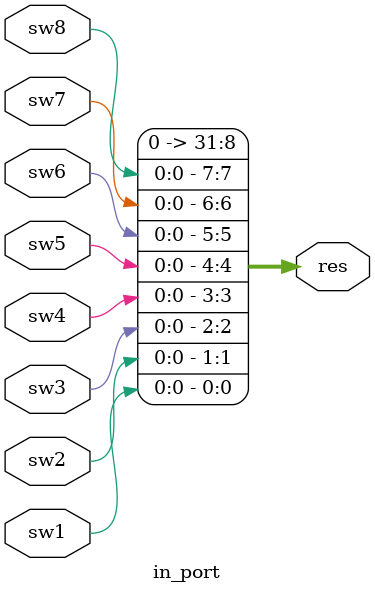
<source format=v>
module in_port(sw1, sw2, sw3, sw4,sw5, sw6, sw7, sw8, res);
	input sw1, sw2, sw3, sw4, sw5, sw6, sw7, sw8;
	output [31: 0] res;
	assign res = {24'b0, sw8, sw7, sw6, sw5, sw4, sw3, sw2, sw1};
endmodule
</source>
